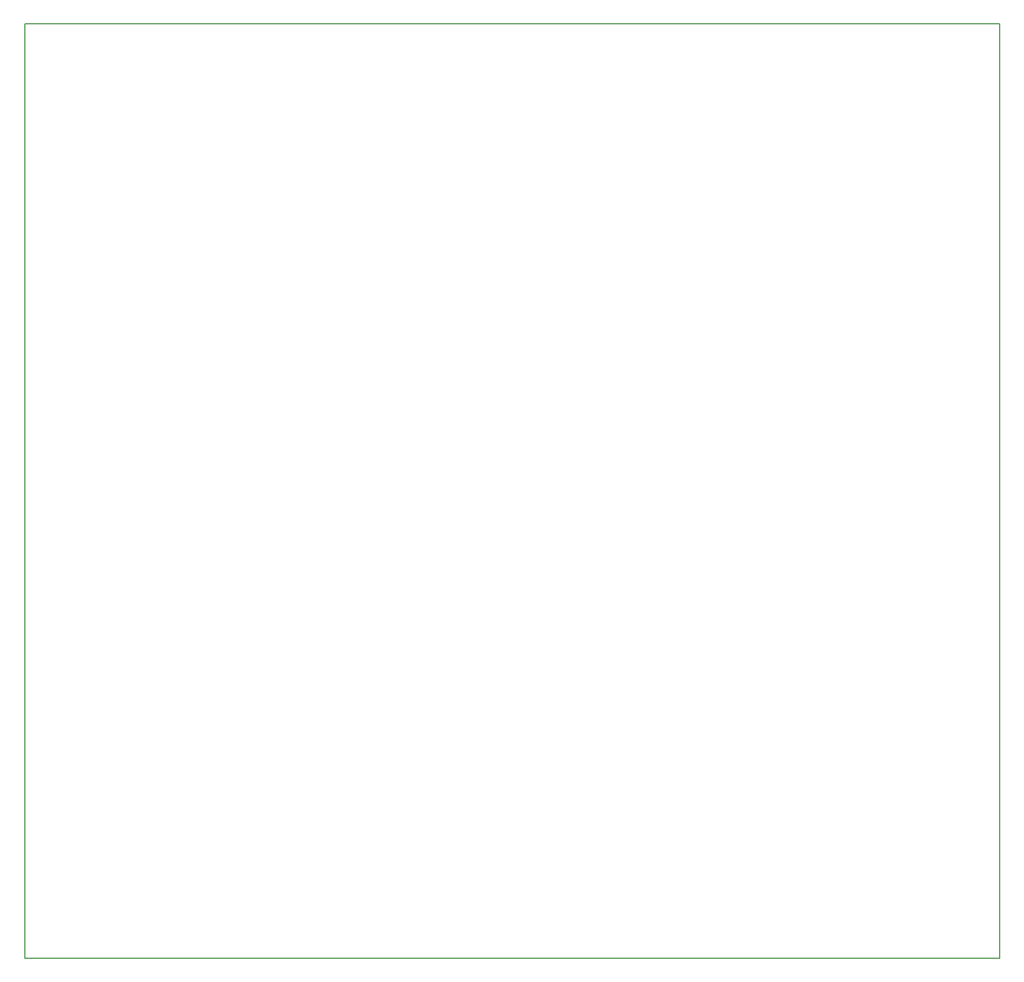
<source format=gbr>
G04 DipTrace 3.0.0.2*
G04 BoardOutline.gbr*
%MOMM*%
G04 #@! TF.FileFunction,Profile*
G04 #@! TF.Part,Single*
%ADD11C,0.14*%
%FSLAX35Y35*%
G04*
G71*
G90*
G75*
G01*
G04 BoardOutline*
%LPD*%
X1000000Y15644067D2*
D11*
X16271750D1*
Y1000000D1*
X1000000D1*
Y15644067D1*
M02*

</source>
